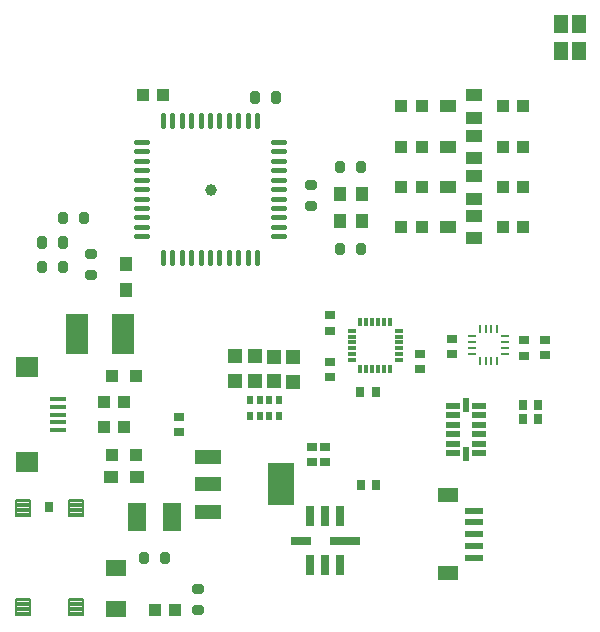
<source format=gtp>
G75*
G70*
%OFA0B0*%
%FSLAX24Y24*%
%IPPOS*%
%LPD*%
%AMOC8*
5,1,8,0,0,1.08239X$1,22.5*
%
%ADD10R,0.0118X0.0315*%
%ADD11R,0.0315X0.0118*%
%ADD12R,0.0472X0.0197*%
%ADD13R,0.0197X0.0472*%
%ADD14R,0.0276X0.0354*%
%ADD15R,0.0354X0.0276*%
%ADD16R,0.0256X0.0110*%
%ADD17R,0.0110X0.0256*%
%ADD18R,0.0709X0.0472*%
%ADD19R,0.0610X0.0236*%
%ADD20R,0.0472X0.0472*%
%ADD21C,0.0283*%
%ADD22R,0.0748X0.1339*%
%ADD23R,0.0394X0.0394*%
%ADD24R,0.0472X0.0394*%
%ADD25R,0.0394X0.0472*%
%ADD26C,0.0142*%
%ADD27C,0.0394*%
%ADD28R,0.0630X0.0945*%
%ADD29C,0.0083*%
%ADD30R,0.0300X0.0350*%
%ADD31R,0.0197X0.0256*%
%ADD32R,0.0413X0.0512*%
%ADD33R,0.0709X0.0551*%
%ADD34R,0.0984X0.0315*%
%ADD35R,0.0657X0.0315*%
%ADD36R,0.0315X0.0657*%
%ADD37R,0.0460X0.0630*%
%ADD38R,0.0551X0.0394*%
%ADD39R,0.0433X0.0394*%
%ADD40R,0.0880X0.0480*%
%ADD41R,0.0866X0.1417*%
%ADD42R,0.0394X0.0433*%
%ADD43R,0.0551X0.0138*%
%ADD44R,0.0748X0.0709*%
D10*
X012350Y010854D03*
X012547Y010854D03*
X012744Y010854D03*
X012941Y010854D03*
X013138Y010854D03*
X013335Y010854D03*
X013335Y012429D03*
X013138Y012429D03*
X012941Y012429D03*
X012744Y012429D03*
X012547Y012429D03*
X012350Y012429D03*
D11*
X012055Y012133D03*
X012055Y011937D03*
X012055Y011740D03*
X012055Y011543D03*
X012055Y011346D03*
X012055Y011149D03*
X013630Y011149D03*
X013630Y011346D03*
X013630Y011543D03*
X013630Y011740D03*
X013630Y011937D03*
X013630Y012133D03*
D12*
X015424Y009629D03*
X015424Y009314D03*
X015424Y008999D03*
X015424Y008684D03*
X015424Y008369D03*
X015424Y008054D03*
X016291Y008054D03*
X016291Y008369D03*
X016291Y008684D03*
X016291Y008999D03*
X016291Y009314D03*
X016291Y009629D03*
D13*
X015858Y009668D03*
X015858Y008015D03*
D14*
X017767Y009201D03*
X017767Y009671D03*
X018278Y009671D03*
X018278Y009201D03*
X012868Y006991D03*
X012357Y006991D03*
X012342Y010101D03*
X012853Y010101D03*
D15*
X011338Y010590D03*
X011338Y011102D03*
X011338Y012135D03*
X011338Y012647D03*
X014343Y011352D03*
X014343Y010840D03*
X015408Y011345D03*
X015408Y011857D03*
X017813Y011812D03*
X017813Y011300D03*
X018503Y011320D03*
X018503Y011832D03*
X011153Y008267D03*
X010728Y008267D03*
X010728Y007755D03*
X011153Y007755D03*
X006318Y008760D03*
X006318Y009272D03*
D16*
X016078Y011356D03*
X016078Y011553D03*
X016078Y011750D03*
X016078Y011947D03*
X017157Y011947D03*
X017157Y011750D03*
X017157Y011553D03*
X017157Y011356D03*
D17*
X016913Y011112D03*
X016716Y011112D03*
X016519Y011112D03*
X016322Y011112D03*
X016322Y012191D03*
X016519Y012191D03*
X016716Y012191D03*
X016913Y012191D03*
D18*
X015262Y006648D03*
X015262Y004050D03*
D19*
X016138Y004562D03*
X016138Y004955D03*
X016138Y005349D03*
X016138Y005743D03*
X016138Y006136D03*
D20*
X010103Y010438D03*
X009458Y010443D03*
X008823Y010448D03*
X008183Y010453D03*
X008183Y011280D03*
X008823Y011275D03*
X009458Y011270D03*
X010103Y011265D03*
D21*
X011714Y014786D02*
X011714Y014936D01*
X011714Y014786D02*
X011642Y014786D01*
X011642Y014936D01*
X011714Y014936D01*
X012414Y014936D02*
X012414Y014786D01*
X012342Y014786D01*
X012342Y014936D01*
X012414Y014936D01*
X010628Y016250D02*
X010628Y016322D01*
X010778Y016322D01*
X010778Y016250D01*
X010628Y016250D01*
X010628Y016950D02*
X010628Y017022D01*
X010778Y017022D01*
X010778Y016950D01*
X010628Y016950D01*
X011714Y017511D02*
X011714Y017661D01*
X011714Y017511D02*
X011642Y017511D01*
X011642Y017661D01*
X011714Y017661D01*
X012414Y017661D02*
X012414Y017511D01*
X012342Y017511D01*
X012342Y017661D01*
X012414Y017661D01*
X009584Y019836D02*
X009584Y019986D01*
X009584Y019836D02*
X009512Y019836D01*
X009512Y019986D01*
X009584Y019986D01*
X008884Y019986D02*
X008884Y019836D01*
X008812Y019836D01*
X008812Y019986D01*
X008884Y019986D01*
X003448Y014712D02*
X003298Y014712D01*
X003448Y014712D02*
X003448Y014640D01*
X003298Y014640D01*
X003298Y014712D01*
X003298Y014012D02*
X003448Y014012D01*
X003448Y013940D01*
X003298Y013940D01*
X003298Y014012D01*
X002484Y014176D02*
X002412Y014176D01*
X002412Y014326D01*
X002484Y014326D01*
X002484Y014176D01*
X002484Y015146D02*
X002412Y015146D01*
X002484Y015146D02*
X002484Y014996D01*
X002412Y014996D01*
X002412Y015146D01*
X001784Y015146D02*
X001712Y015146D01*
X001784Y015146D02*
X001784Y014996D01*
X001712Y014996D01*
X001712Y015146D01*
X002484Y015816D02*
X002484Y015966D01*
X002484Y015816D02*
X002412Y015816D01*
X002412Y015966D01*
X002484Y015966D01*
X003184Y015966D02*
X003184Y015816D01*
X003112Y015816D01*
X003112Y015966D01*
X003184Y015966D01*
X001784Y014176D02*
X001712Y014176D01*
X001712Y014326D01*
X001784Y014326D01*
X001784Y014176D01*
X005164Y004636D02*
X005164Y004486D01*
X005092Y004486D01*
X005092Y004636D01*
X005164Y004636D01*
X005864Y004636D02*
X005864Y004486D01*
X005792Y004486D01*
X005792Y004636D01*
X005864Y004636D01*
X006853Y003547D02*
X007003Y003547D01*
X007003Y003475D01*
X006853Y003475D01*
X006853Y003547D01*
X006853Y002847D02*
X007003Y002847D01*
X007003Y002775D01*
X006853Y002775D01*
X006853Y002847D01*
D22*
X004445Y012036D03*
X002910Y012036D03*
D23*
X004084Y010611D03*
X004871Y010611D03*
X004871Y007986D03*
X004084Y007986D03*
D24*
X004019Y007261D03*
X004886Y007261D03*
D25*
X004523Y013483D03*
X004523Y014349D03*
D26*
X005273Y015245D02*
X005273Y015279D01*
X005273Y015245D02*
X004865Y015245D01*
X004865Y015279D01*
X005273Y015279D01*
X005273Y015560D02*
X005273Y015594D01*
X005273Y015560D02*
X004865Y015560D01*
X004865Y015594D01*
X005273Y015594D01*
X005273Y015874D02*
X005273Y015908D01*
X005273Y015874D02*
X004865Y015874D01*
X004865Y015908D01*
X005273Y015908D01*
X005273Y016189D02*
X005273Y016223D01*
X005273Y016189D02*
X004865Y016189D01*
X004865Y016223D01*
X005273Y016223D01*
X005273Y016504D02*
X005273Y016538D01*
X005273Y016504D02*
X004865Y016504D01*
X004865Y016538D01*
X005273Y016538D01*
X005273Y016819D02*
X005273Y016853D01*
X005273Y016819D02*
X004865Y016819D01*
X004865Y016853D01*
X005273Y016853D01*
X005273Y017134D02*
X005273Y017168D01*
X005273Y017134D02*
X004865Y017134D01*
X004865Y017168D01*
X005273Y017168D01*
X005273Y017449D02*
X005273Y017483D01*
X005273Y017449D02*
X004865Y017449D01*
X004865Y017483D01*
X005273Y017483D01*
X005273Y017764D02*
X005273Y017798D01*
X005273Y017764D02*
X004865Y017764D01*
X004865Y017798D01*
X005273Y017798D01*
X005273Y018079D02*
X005273Y018113D01*
X005273Y018079D02*
X004865Y018079D01*
X004865Y018113D01*
X005273Y018113D01*
X005273Y018394D02*
X005273Y018428D01*
X005273Y018394D02*
X004865Y018394D01*
X004865Y018428D01*
X005273Y018428D01*
X005795Y018916D02*
X005795Y019324D01*
X005795Y018916D02*
X005761Y018916D01*
X005761Y019324D01*
X005795Y019324D01*
X005795Y019057D02*
X005761Y019057D01*
X005761Y019198D02*
X005795Y019198D01*
X006110Y019324D02*
X006110Y018916D01*
X006076Y018916D01*
X006076Y019324D01*
X006110Y019324D01*
X006110Y019057D02*
X006076Y019057D01*
X006076Y019198D02*
X006110Y019198D01*
X006425Y019324D02*
X006425Y018916D01*
X006391Y018916D01*
X006391Y019324D01*
X006425Y019324D01*
X006425Y019057D02*
X006391Y019057D01*
X006391Y019198D02*
X006425Y019198D01*
X006740Y019324D02*
X006740Y018916D01*
X006706Y018916D01*
X006706Y019324D01*
X006740Y019324D01*
X006740Y019057D02*
X006706Y019057D01*
X006706Y019198D02*
X006740Y019198D01*
X007055Y019324D02*
X007055Y018916D01*
X007021Y018916D01*
X007021Y019324D01*
X007055Y019324D01*
X007055Y019057D02*
X007021Y019057D01*
X007021Y019198D02*
X007055Y019198D01*
X007370Y019324D02*
X007370Y018916D01*
X007336Y018916D01*
X007336Y019324D01*
X007370Y019324D01*
X007370Y019057D02*
X007336Y019057D01*
X007336Y019198D02*
X007370Y019198D01*
X007685Y019324D02*
X007685Y018916D01*
X007651Y018916D01*
X007651Y019324D01*
X007685Y019324D01*
X007685Y019057D02*
X007651Y019057D01*
X007651Y019198D02*
X007685Y019198D01*
X007999Y019324D02*
X007999Y018916D01*
X007965Y018916D01*
X007965Y019324D01*
X007999Y019324D01*
X007999Y019057D02*
X007965Y019057D01*
X007965Y019198D02*
X007999Y019198D01*
X008314Y019324D02*
X008314Y018916D01*
X008280Y018916D01*
X008280Y019324D01*
X008314Y019324D01*
X008314Y019057D02*
X008280Y019057D01*
X008280Y019198D02*
X008314Y019198D01*
X008629Y019324D02*
X008629Y018916D01*
X008595Y018916D01*
X008595Y019324D01*
X008629Y019324D01*
X008629Y019057D02*
X008595Y019057D01*
X008595Y019198D02*
X008629Y019198D01*
X008944Y019324D02*
X008944Y018916D01*
X008910Y018916D01*
X008910Y019324D01*
X008944Y019324D01*
X008944Y019057D02*
X008910Y019057D01*
X008910Y019198D02*
X008944Y019198D01*
X009840Y018428D02*
X009840Y018394D01*
X009432Y018394D01*
X009432Y018428D01*
X009840Y018428D01*
X009840Y018113D02*
X009840Y018079D01*
X009432Y018079D01*
X009432Y018113D01*
X009840Y018113D01*
X009840Y017798D02*
X009840Y017764D01*
X009432Y017764D01*
X009432Y017798D01*
X009840Y017798D01*
X009840Y017483D02*
X009840Y017449D01*
X009432Y017449D01*
X009432Y017483D01*
X009840Y017483D01*
X009840Y017168D02*
X009840Y017134D01*
X009432Y017134D01*
X009432Y017168D01*
X009840Y017168D01*
X009840Y016853D02*
X009840Y016819D01*
X009432Y016819D01*
X009432Y016853D01*
X009840Y016853D01*
X009840Y016538D02*
X009840Y016504D01*
X009432Y016504D01*
X009432Y016538D01*
X009840Y016538D01*
X009840Y016223D02*
X009840Y016189D01*
X009432Y016189D01*
X009432Y016223D01*
X009840Y016223D01*
X009840Y015908D02*
X009840Y015874D01*
X009432Y015874D01*
X009432Y015908D01*
X009840Y015908D01*
X009840Y015594D02*
X009840Y015560D01*
X009432Y015560D01*
X009432Y015594D01*
X009840Y015594D01*
X009840Y015279D02*
X009840Y015245D01*
X009432Y015245D01*
X009432Y015279D01*
X009840Y015279D01*
X008944Y014757D02*
X008944Y014349D01*
X008910Y014349D01*
X008910Y014757D01*
X008944Y014757D01*
X008944Y014490D02*
X008910Y014490D01*
X008910Y014631D02*
X008944Y014631D01*
X008629Y014757D02*
X008629Y014349D01*
X008595Y014349D01*
X008595Y014757D01*
X008629Y014757D01*
X008629Y014490D02*
X008595Y014490D01*
X008595Y014631D02*
X008629Y014631D01*
X008314Y014757D02*
X008314Y014349D01*
X008280Y014349D01*
X008280Y014757D01*
X008314Y014757D01*
X008314Y014490D02*
X008280Y014490D01*
X008280Y014631D02*
X008314Y014631D01*
X007999Y014757D02*
X007999Y014349D01*
X007965Y014349D01*
X007965Y014757D01*
X007999Y014757D01*
X007999Y014490D02*
X007965Y014490D01*
X007965Y014631D02*
X007999Y014631D01*
X007685Y014757D02*
X007685Y014349D01*
X007651Y014349D01*
X007651Y014757D01*
X007685Y014757D01*
X007685Y014490D02*
X007651Y014490D01*
X007651Y014631D02*
X007685Y014631D01*
X007370Y014757D02*
X007370Y014349D01*
X007336Y014349D01*
X007336Y014757D01*
X007370Y014757D01*
X007370Y014490D02*
X007336Y014490D01*
X007336Y014631D02*
X007370Y014631D01*
X007055Y014757D02*
X007055Y014349D01*
X007021Y014349D01*
X007021Y014757D01*
X007055Y014757D01*
X007055Y014490D02*
X007021Y014490D01*
X007021Y014631D02*
X007055Y014631D01*
X006740Y014757D02*
X006740Y014349D01*
X006706Y014349D01*
X006706Y014757D01*
X006740Y014757D01*
X006740Y014490D02*
X006706Y014490D01*
X006706Y014631D02*
X006740Y014631D01*
X006425Y014757D02*
X006425Y014349D01*
X006391Y014349D01*
X006391Y014757D01*
X006425Y014757D01*
X006425Y014490D02*
X006391Y014490D01*
X006391Y014631D02*
X006425Y014631D01*
X006110Y014757D02*
X006110Y014349D01*
X006076Y014349D01*
X006076Y014757D01*
X006110Y014757D01*
X006110Y014490D02*
X006076Y014490D01*
X006076Y014631D02*
X006110Y014631D01*
X005795Y014757D02*
X005795Y014349D01*
X005761Y014349D01*
X005761Y014757D01*
X005795Y014757D01*
X005795Y014490D02*
X005761Y014490D01*
X005761Y014631D02*
X005795Y014631D01*
D27*
X007353Y016836D03*
D28*
X006068Y005936D03*
X004887Y005936D03*
D29*
X000853Y003197D02*
X000853Y002649D01*
X000853Y003197D02*
X001321Y003197D01*
X001321Y002649D01*
X000853Y002649D01*
X000853Y002731D02*
X001321Y002731D01*
X001321Y002813D02*
X000853Y002813D01*
X000853Y002895D02*
X001321Y002895D01*
X001321Y002977D02*
X000853Y002977D01*
X000853Y003059D02*
X001321Y003059D01*
X001321Y003141D02*
X000853Y003141D01*
X002624Y003197D02*
X002624Y002649D01*
X002624Y003197D02*
X003092Y003197D01*
X003092Y002649D01*
X002624Y002649D01*
X002624Y002731D02*
X003092Y002731D01*
X003092Y002813D02*
X002624Y002813D01*
X002624Y002895D02*
X003092Y002895D01*
X003092Y002977D02*
X002624Y002977D01*
X002624Y003059D02*
X003092Y003059D01*
X003092Y003141D02*
X002624Y003141D01*
X002624Y005956D02*
X002624Y006504D01*
X003092Y006504D01*
X003092Y005956D01*
X002624Y005956D01*
X002624Y006038D02*
X003092Y006038D01*
X003092Y006120D02*
X002624Y006120D01*
X002624Y006202D02*
X003092Y006202D01*
X003092Y006284D02*
X002624Y006284D01*
X002624Y006366D02*
X003092Y006366D01*
X003092Y006448D02*
X002624Y006448D01*
X000853Y006504D02*
X000853Y005956D01*
X000853Y006504D02*
X001321Y006504D01*
X001321Y005956D01*
X000853Y005956D01*
X000853Y006038D02*
X001321Y006038D01*
X001321Y006120D02*
X000853Y006120D01*
X000853Y006202D02*
X001321Y006202D01*
X001321Y006284D02*
X000853Y006284D01*
X000853Y006366D02*
X001321Y006366D01*
X001321Y006448D02*
X000853Y006448D01*
D30*
X001973Y006251D03*
D31*
X008685Y009281D03*
X009000Y009281D03*
X009315Y009281D03*
X009630Y009281D03*
X009630Y009812D03*
X009315Y009812D03*
X009000Y009812D03*
X008685Y009812D03*
D32*
X011663Y015784D03*
X012392Y015784D03*
X012392Y016689D03*
X011663Y016689D03*
D33*
X004203Y004206D03*
X004203Y002867D03*
D34*
X011827Y005136D03*
D35*
X010365Y005136D03*
D36*
X010678Y005949D03*
X011178Y005949D03*
X011678Y005949D03*
X011678Y004323D03*
X011178Y004323D03*
X010678Y004323D03*
D37*
X019028Y021461D03*
X019628Y021461D03*
X019628Y022361D03*
X019028Y022361D03*
D38*
X016136Y019985D03*
X016136Y019237D03*
X016136Y018635D03*
X016136Y017887D03*
X016136Y017285D03*
X016136Y016537D03*
X016136Y015960D03*
X016136Y015212D03*
X015269Y015586D03*
X015269Y016911D03*
X015269Y018261D03*
X015269Y019611D03*
D39*
X014387Y019611D03*
X013718Y019611D03*
X013718Y018261D03*
X014387Y018261D03*
X014387Y016911D03*
X013718Y016911D03*
X013718Y015586D03*
X014387Y015586D03*
X017093Y015586D03*
X017762Y015586D03*
X017762Y016911D03*
X017093Y016911D03*
X017093Y018261D03*
X017762Y018261D03*
X017762Y019611D03*
X017093Y019611D03*
X004462Y009761D03*
X003793Y009761D03*
X003793Y008911D03*
X004462Y008911D03*
D40*
X007273Y007916D03*
X007273Y007006D03*
X007273Y006096D03*
D41*
X009713Y007006D03*
D42*
X006162Y002811D03*
X005493Y002811D03*
X005777Y019991D03*
X005108Y019991D03*
D43*
X002271Y009848D03*
X002271Y009592D03*
X002271Y009336D03*
X002271Y009080D03*
X002271Y008825D03*
D44*
X001228Y007762D03*
X001228Y010911D03*
M02*

</source>
